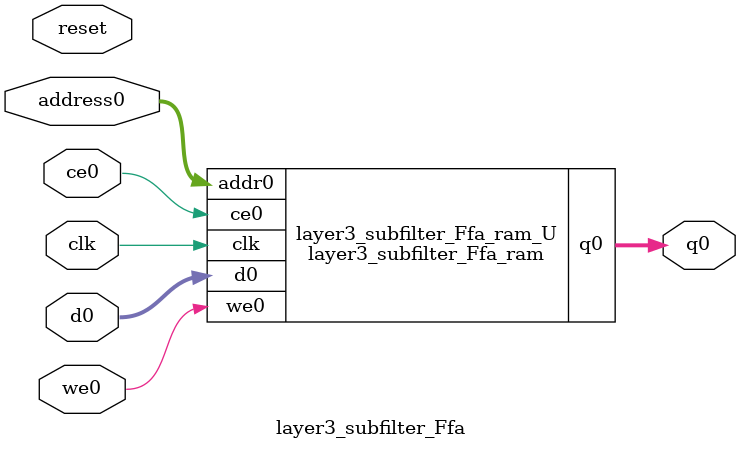
<source format=v>
`timescale 1 ns / 1 ps
module layer3_subfilter_Ffa_ram (addr0, ce0, d0, we0, q0,  clk);

parameter DWIDTH = 12;
parameter AWIDTH = 4;
parameter MEM_SIZE = 9;

input[AWIDTH-1:0] addr0;
input ce0;
input[DWIDTH-1:0] d0;
input we0;
output reg[DWIDTH-1:0] q0;
input clk;

(* ram_style = "distributed" *)reg [DWIDTH-1:0] ram[0:MEM_SIZE-1];




always @(posedge clk)  
begin 
    if (ce0) 
    begin
        if (we0) 
        begin 
            ram[addr0] <= d0; 
        end 
        q0 <= ram[addr0];
    end
end


endmodule

`timescale 1 ns / 1 ps
module layer3_subfilter_Ffa(
    reset,
    clk,
    address0,
    ce0,
    we0,
    d0,
    q0);

parameter DataWidth = 32'd12;
parameter AddressRange = 32'd9;
parameter AddressWidth = 32'd4;
input reset;
input clk;
input[AddressWidth - 1:0] address0;
input ce0;
input we0;
input[DataWidth - 1:0] d0;
output[DataWidth - 1:0] q0;



layer3_subfilter_Ffa_ram layer3_subfilter_Ffa_ram_U(
    .clk( clk ),
    .addr0( address0 ),
    .ce0( ce0 ),
    .we0( we0 ),
    .d0( d0 ),
    .q0( q0 ));

endmodule


</source>
